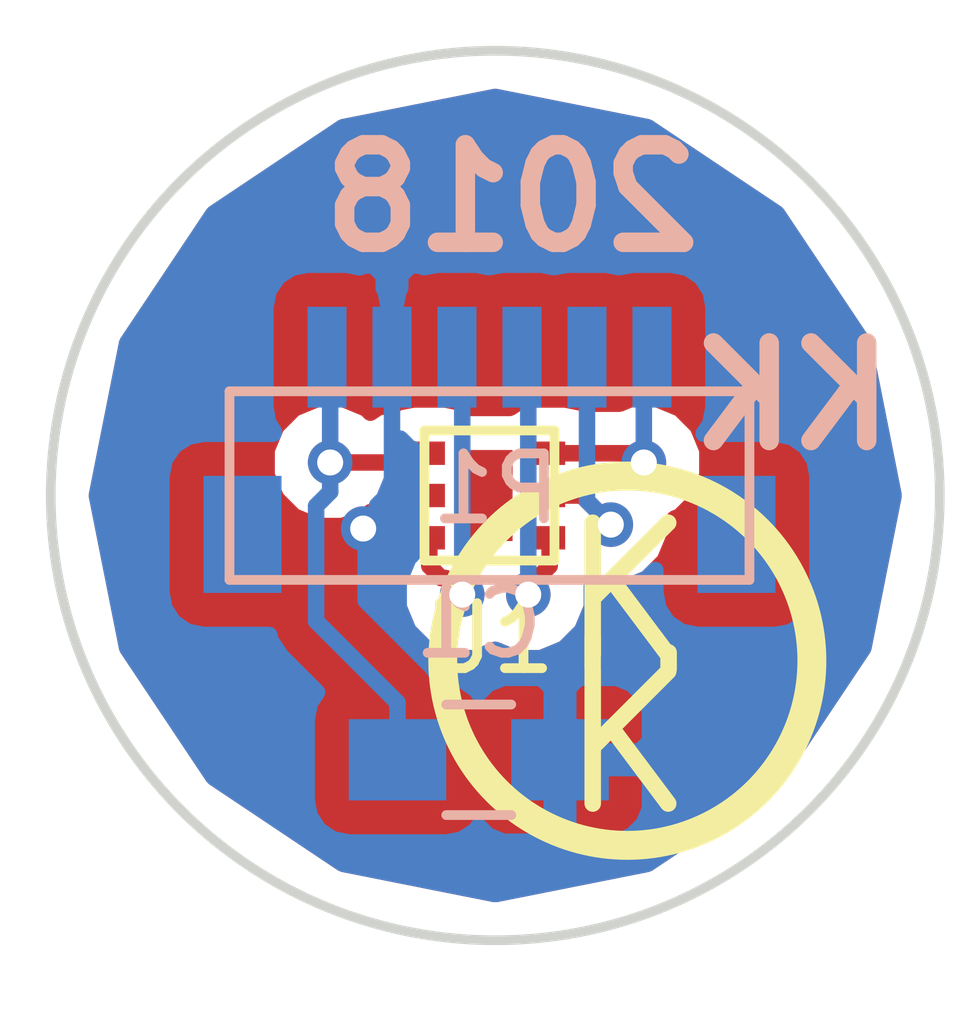
<source format=kicad_pcb>
(kicad_pcb (version 4) (host pcbnew 4.0.5)

  (general
    (links 8)
    (no_connects 0)
    (area 141.67584 98.24184 155.50416 112.07016)
    (thickness 1.6)
    (drawings 3)
    (tracks 39)
    (zones 0)
    (modules 4)
    (nets 7)
  )

  (page A4)
  (layers
    (0 F.Cu signal)
    (31 B.Cu signal)
    (32 B.Adhes user)
    (33 F.Adhes user)
    (34 B.Paste user)
    (35 F.Paste user)
    (36 B.SilkS user)
    (37 F.SilkS user)
    (38 B.Mask user)
    (39 F.Mask user)
    (40 Dwgs.User user)
    (41 Cmts.User user)
    (42 Eco1.User user)
    (43 Eco2.User user)
    (44 Edge.Cuts user)
    (45 Margin user)
    (46 B.CrtYd user)
    (47 F.CrtYd user)
    (48 B.Fab user)
    (49 F.Fab user)
  )

  (setup
    (last_trace_width 0.254)
    (trace_clearance 0.254)
    (zone_clearance 0.508)
    (zone_45_only no)
    (trace_min 0.1524)
    (segment_width 0.2)
    (edge_width 0.15)
    (via_size 0.6858)
    (via_drill 0.4)
    (via_min_size 0.6858)
    (via_min_drill 0.3302)
    (uvia_size 0.3)
    (uvia_drill 0.1)
    (uvias_allowed no)
    (uvia_min_size 0.2)
    (uvia_min_drill 0.1)
    (pcb_text_width 0.3)
    (pcb_text_size 1.5 1.5)
    (mod_edge_width 0.15)
    (mod_text_size 1 1)
    (mod_text_width 0.15)
    (pad_size 1.524 1.524)
    (pad_drill 0.762)
    (pad_to_mask_clearance 0.2)
    (aux_axis_origin 0 0)
    (visible_elements FFFFFF7F)
    (pcbplotparams
      (layerselection 0x00030_80000001)
      (usegerberextensions false)
      (excludeedgelayer true)
      (linewidth 0.100000)
      (plotframeref false)
      (viasonmask false)
      (mode 1)
      (useauxorigin false)
      (hpglpennumber 1)
      (hpglpenspeed 20)
      (hpglpendiameter 15)
      (hpglpenoverlay 2)
      (psnegative false)
      (psa4output false)
      (plotreference true)
      (plotvalue true)
      (plotinvisibletext false)
      (padsonsilk false)
      (subtractmaskfromsilk false)
      (outputformat 1)
      (mirror false)
      (drillshape 1)
      (scaleselection 1)
      (outputdirectory ""))
  )

  (net 0 "")
  (net 1 "Net-(P1-Pad3)")
  (net 2 "Net-(P1-Pad4)")
  (net 3 "Net-(P1-Pad5)")
  (net 4 "Net-(P1-Pad6)")
  (net 5 /GND)
  (net 6 "Net-(C1-Pad2)")

  (net_class Default "This is the default net class."
    (clearance 0.254)
    (trace_width 0.254)
    (via_dia 0.6858)
    (via_drill 0.4)
    (uvia_dia 0.3)
    (uvia_drill 0.1)
    (add_net /GND)
    (add_net "Net-(C1-Pad2)")
    (add_net "Net-(P1-Pad3)")
    (add_net "Net-(P1-Pad4)")
    (add_net "Net-(P1-Pad5)")
    (add_net "Net-(P1-Pad6)")
  )

  (module KevinLibrary:JST_SH_6_PIN (layer B.Cu) (tedit 59225F2E) (tstamp 59226AE6)
    (at 148.5011 105.0036)
    (path /59226969)
    (fp_text reference P1 (at 0.1 0.05) (layer B.SilkS)
      (effects (font (size 1 1) (thickness 0.15)) (justify mirror))
    )
    (fp_text value CONN_01X06 (at 0 3.1) (layer B.Fab)
      (effects (font (size 1 1) (thickness 0.15)) (justify mirror))
    )
    (fp_line (start -4 -1.45) (end -4 1.45) (layer B.SilkS) (width 0.15))
    (fp_line (start 4 -1.45) (end -4 -1.45) (layer B.SilkS) (width 0.15))
    (fp_line (start 4 1.45) (end 4 -1.45) (layer B.SilkS) (width 0.15))
    (fp_line (start -4 1.45) (end 4 1.45) (layer B.SilkS) (width 0.15))
    (pad 1 smd rect (at -2.5 -1.975) (size 0.6 1.55) (layers B.Cu B.Paste B.Mask)
      (net 6 "Net-(C1-Pad2)"))
    (pad 2 smd rect (at -1.5 -1.975) (size 0.6 1.55) (layers B.Cu B.Paste B.Mask)
      (net 5 /GND))
    (pad 3 smd rect (at -0.5 -1.975) (size 0.6 1.55) (layers B.Cu B.Paste B.Mask)
      (net 1 "Net-(P1-Pad3)"))
    (pad 4 smd rect (at 0.5 -1.975) (size 0.6 1.55) (layers B.Cu B.Paste B.Mask)
      (net 2 "Net-(P1-Pad4)"))
    (pad 5 smd rect (at 1.5 -1.975) (size 0.6 1.55) (layers B.Cu B.Paste B.Mask)
      (net 3 "Net-(P1-Pad5)"))
    (pad 6 smd rect (at 2.5 -1.975) (size 0.6 1.55) (layers B.Cu B.Paste B.Mask)
      (net 4 "Net-(P1-Pad6)"))
    (pad "" smd rect (at -3.8 0.75) (size 1.2 1.8) (layers B.Cu B.Paste B.Mask))
    (pad "" smd rect (at 3.8 0.75) (size 1.2 1.8) (layers B.Cu B.Paste B.Mask))
  )

  (module KevinLibrary:MAX44009 (layer F.Cu) (tedit 59226769) (tstamp 59226AF1)
    (at 148.5011 105.156)
    (path /5922692B)
    (fp_text reference U1 (at 0 2.2) (layer F.SilkS)
      (effects (font (size 1 1) (thickness 0.15)))
    )
    (fp_text value MAX44009 (at -0.05 -2.05) (layer F.Fab)
      (effects (font (size 1 1) (thickness 0.15)))
    )
    (fp_line (start -1 1) (end -1 -1) (layer F.SilkS) (width 0.15))
    (fp_line (start 1 1) (end -1 1) (layer F.SilkS) (width 0.15))
    (fp_line (start 1 -1) (end 1 1) (layer F.SilkS) (width 0.15))
    (fp_line (start -1 -1) (end 1 -1) (layer F.SilkS) (width 0.15))
    (pad 1 smd rect (at -0.925 -0.65) (size 0.48 0.36) (layers F.Cu F.Paste F.Mask)
      (net 6 "Net-(C1-Pad2)"))
    (pad 2 smd rect (at -0.925 0) (size 0.48 0.36) (layers F.Cu F.Paste F.Mask)
      (net 5 /GND))
    (pad 3 smd rect (at -0.925 0.65) (size 0.48 0.36) (layers F.Cu F.Paste F.Mask)
      (net 1 "Net-(P1-Pad3)"))
    (pad 4 smd rect (at 0.925 0.65) (size 0.48 0.36) (layers F.Cu F.Paste F.Mask)
      (net 2 "Net-(P1-Pad4)"))
    (pad 5 smd rect (at 0.925 0) (size 0.48 0.36) (layers F.Cu F.Paste F.Mask)
      (net 3 "Net-(P1-Pad5)"))
    (pad 6 smd rect (at 0.925 -0.65) (size 0.48 0.36) (layers F.Cu F.Paste F.Mask)
      (net 4 "Net-(P1-Pad6)"))
    (pad "" smd rect (at 0 0) (size 0.71 1.4) (layers F.Cu F.Paste F.Mask))
  )

  (module KevinLib:Logo (layer F.Cu) (tedit 59011647) (tstamp 59264B97)
    (at 150.622 107.696)
    (fp_text reference REF** (at 0 5.207) (layer F.SilkS) hide
      (effects (font (size 1 1) (thickness 0.15)))
    )
    (fp_text value Logo (at 0 -4.318) (layer F.Fab) hide
      (effects (font (size 1 1) (thickness 0.15)))
    )
    (fp_line (start 0.635 -0.127) (end 0.635 0.127) (layer F.SilkS) (width 0.254))
    (fp_line (start -0.5334 -0.381) (end -0.5334 0.127) (layer F.SilkS) (width 0.254))
    (fp_circle (center 0 0) (end 2.54 -1.27) (layer F.SilkS) (width 0.4445))
    (fp_text user K (at 0 -1.016) (layer F.SilkS)
      (effects (font (size 2.032 2.032) (thickness 0.254)))
    )
    (fp_text user K (at 0 1.27) (layer F.SilkS)
      (effects (font (size 2.032 2.032) (thickness 0.254)))
    )
  )

  (module Capacitors_SMD:C_0805_HandSoldering (layer B.Cu) (tedit 541A9B8D) (tstamp 5A4DC1AA)
    (at 148.336 109.22 180)
    (descr "Capacitor SMD 0805, hand soldering")
    (tags "capacitor 0805")
    (path /5A4DC087)
    (attr smd)
    (fp_text reference C1 (at 0 2.1 180) (layer B.SilkS)
      (effects (font (size 1 1) (thickness 0.15)) (justify mirror))
    )
    (fp_text value 1u (at 0 -2.1 180) (layer B.Fab)
      (effects (font (size 1 1) (thickness 0.15)) (justify mirror))
    )
    (fp_line (start -1 -0.625) (end -1 0.625) (layer B.Fab) (width 0.15))
    (fp_line (start 1 -0.625) (end -1 -0.625) (layer B.Fab) (width 0.15))
    (fp_line (start 1 0.625) (end 1 -0.625) (layer B.Fab) (width 0.15))
    (fp_line (start -1 0.625) (end 1 0.625) (layer B.Fab) (width 0.15))
    (fp_line (start -2.3 1) (end 2.3 1) (layer B.CrtYd) (width 0.05))
    (fp_line (start -2.3 -1) (end 2.3 -1) (layer B.CrtYd) (width 0.05))
    (fp_line (start -2.3 1) (end -2.3 -1) (layer B.CrtYd) (width 0.05))
    (fp_line (start 2.3 1) (end 2.3 -1) (layer B.CrtYd) (width 0.05))
    (fp_line (start 0.5 0.85) (end -0.5 0.85) (layer B.SilkS) (width 0.15))
    (fp_line (start -0.5 -0.85) (end 0.5 -0.85) (layer B.SilkS) (width 0.15))
    (pad 1 smd rect (at -1.25 0 180) (size 1.5 1.25) (layers B.Cu B.Paste B.Mask)
      (net 5 /GND))
    (pad 2 smd rect (at 1.25 0 180) (size 1.5 1.25) (layers B.Cu B.Paste B.Mask)
      (net 6 "Net-(C1-Pad2)"))
    (model Capacitors_SMD.3dshapes/C_0805_HandSoldering.wrl
      (at (xyz 0 0 0))
      (scale (xyz 1 1 1))
      (rotate (xyz 0 0 0))
    )
  )

  (gr_text KK (at 153.162 103.632) (layer B.SilkS)
    (effects (font (size 1.5 1.5) (thickness 0.3)) (justify mirror))
  )
  (gr_text 2018 (at 148.844 100.584) (layer B.SilkS)
    (effects (font (size 1.5 1.5) (thickness 0.3)) (justify mirror))
  )
  (gr_circle (center 148.59 105.156) (end 154.94 102.616) (layer Edge.Cuts) (width 0.15))

  (segment (start 148.082 106.68) (end 148.082 103.1095) (width 0.254) (layer B.Cu) (net 1))
  (segment (start 148.082 103.1095) (end 148.0011 103.0286) (width 0.254) (layer B.Cu) (net 1))
  (segment (start 147.828 106.426) (end 148.082 106.68) (width 0.254) (layer F.Cu) (net 1))
  (via (at 148.082 106.68) (size 0.6858) (drill 0.4) (layers F.Cu B.Cu) (net 1))
  (segment (start 147.7621 106.426) (end 147.828 106.426) (width 0.254) (layer F.Cu) (net 1))
  (segment (start 147.5761 105.806) (end 147.5761 106.24) (width 0.254) (layer F.Cu) (net 1))
  (segment (start 147.5761 106.24) (end 147.7621 106.426) (width 0.254) (layer F.Cu) (net 1))
  (segment (start 149.098 106.68) (end 149.098 103.1255) (width 0.254) (layer B.Cu) (net 2))
  (segment (start 149.098 103.1255) (end 149.0011 103.0286) (width 0.254) (layer B.Cu) (net 2))
  (segment (start 149.098 106.5681) (end 149.098 106.68) (width 0.254) (layer F.Cu) (net 2))
  (via (at 149.098 106.68) (size 0.6858) (drill 0.4) (layers F.Cu B.Cu) (net 2))
  (segment (start 149.4261 105.806) (end 149.4261 106.24) (width 0.254) (layer F.Cu) (net 2))
  (segment (start 149.4261 106.24) (end 149.098 106.5681) (width 0.254) (layer F.Cu) (net 2))
  (segment (start 150.368 105.6039) (end 150.0011 105.237) (width 0.254) (layer B.Cu) (net 3))
  (segment (start 150.0011 105.237) (end 150.0011 103.0286) (width 0.254) (layer B.Cu) (net 3))
  (via (at 150.368 105.6039) (size 0.6858) (drill 0.4) (layers F.Cu B.Cu) (net 3))
  (segment (start 149.4261 105.156) (end 149.9201 105.156) (width 0.254) (layer F.Cu) (net 3))
  (segment (start 149.9201 105.156) (end 150.368 105.6039) (width 0.254) (layer F.Cu) (net 3))
  (segment (start 150.876 104.648) (end 150.876 103.1537) (width 0.254) (layer B.Cu) (net 4))
  (segment (start 150.876 103.1537) (end 151.0011 103.0286) (width 0.254) (layer B.Cu) (net 4))
  (segment (start 150.734 104.506) (end 150.876 104.648) (width 0.254) (layer F.Cu) (net 4))
  (via (at 150.876 104.648) (size 0.6858) (drill 0.4) (layers F.Cu B.Cu) (net 4))
  (segment (start 149.4261 104.506) (end 150.734 104.506) (width 0.254) (layer F.Cu) (net 4))
  (segment (start 146.558 105.664) (end 147.0011 105.2209) (width 0.254) (layer B.Cu) (net 5))
  (segment (start 147.0011 105.2209) (end 147.0011 103.0286) (width 0.254) (layer B.Cu) (net 5))
  (segment (start 147.066 105.156) (end 146.558 105.664) (width 0.254) (layer F.Cu) (net 5))
  (via (at 146.558 105.664) (size 0.6858) (drill 0.4) (layers F.Cu B.Cu) (net 5))
  (segment (start 147.5761 105.156) (end 147.066 105.156) (width 0.254) (layer F.Cu) (net 5))
  (segment (start 147.086 109.22) (end 147.086 108.341) (width 0.254) (layer B.Cu) (net 6))
  (segment (start 147.086 108.341) (end 145.834099 107.089099) (width 0.254) (layer B.Cu) (net 6))
  (segment (start 145.834099 107.089099) (end 145.834099 105.316527) (width 0.254) (layer B.Cu) (net 6))
  (segment (start 145.834099 105.316527) (end 146.05 105.100626) (width 0.254) (layer B.Cu) (net 6))
  (segment (start 146.05 105.100626) (end 146.05 104.648) (width 0.254) (layer B.Cu) (net 6))
  (segment (start 146.05 104.648) (end 146.05 103.0775) (width 0.254) (layer B.Cu) (net 6))
  (segment (start 146.05 103.0775) (end 146.0011 103.0286) (width 0.254) (layer B.Cu) (net 6))
  (segment (start 146.9401 104.648) (end 146.05 104.648) (width 0.254) (layer F.Cu) (net 6))
  (via (at 146.05 104.648) (size 0.6858) (drill 0.4) (layers F.Cu B.Cu) (net 6))
  (segment (start 147.5761 104.506) (end 147.0821 104.506) (width 0.254) (layer F.Cu) (net 6))
  (segment (start 147.0821 104.506) (end 146.9401 104.648) (width 0.254) (layer F.Cu) (net 6))

  (zone (net 5) (net_name /GND) (layer F.Cu) (tstamp 0) (hatch edge 0.508)
    (connect_pads (clearance 0.508))
    (min_thickness 0.254)
    (fill yes (arc_segments 16) (thermal_gap 0.508) (thermal_bridge_width 0.508))
    (polygon
      (pts
        (xy 142.24 97.536) (xy 155.956 97.536) (xy 155.956 113.284) (xy 140.97 113.284) (xy 140.97 97.536)
      )
    )
    (filled_polygon
      (pts
        (xy 150.935528 99.493395) (xy 152.92397 100.82203) (xy 154.252605 102.810472) (xy 154.719159 105.156) (xy 154.252605 107.501528)
        (xy 152.92397 109.48997) (xy 150.935528 110.818605) (xy 148.59 111.285159) (xy 146.244472 110.818605) (xy 144.25603 109.48997)
        (xy 142.927395 107.501528) (xy 142.460841 105.156) (xy 142.523366 104.841663) (xy 145.071931 104.841663) (xy 145.220493 105.201212)
        (xy 145.495341 105.47654) (xy 145.85463 105.62573) (xy 146.243663 105.626069) (xy 146.603212 105.477507) (xy 146.670837 105.41)
        (xy 146.7011 105.41) (xy 146.7011 105.46231) (xy 146.715008 105.495888) (xy 146.68866 105.626) (xy 146.68866 105.986)
        (xy 146.732938 106.221317) (xy 146.845035 106.395521) (xy 146.872104 106.531605) (xy 146.971259 106.68) (xy 147.037285 106.778815)
        (xy 147.103956 106.845486) (xy 147.103931 106.873663) (xy 147.252493 107.233212) (xy 147.527341 107.50854) (xy 147.88663 107.65773)
        (xy 148.275663 107.658069) (xy 148.59033 107.528052) (xy 148.90263 107.65773) (xy 149.291663 107.658069) (xy 149.651212 107.509507)
        (xy 149.92654 107.234659) (xy 150.07573 106.87537) (xy 150.075959 106.612627) (xy 150.113168 106.556939) (xy 150.17263 106.58163)
        (xy 150.561663 106.581969) (xy 150.921212 106.433407) (xy 151.19654 106.158559) (xy 151.34573 105.79927) (xy 151.34598 105.511897)
        (xy 151.429212 105.477507) (xy 151.70454 105.202659) (xy 151.85373 104.84337) (xy 151.854069 104.454337) (xy 151.705507 104.094788)
        (xy 151.430659 103.81946) (xy 151.07137 103.67027) (xy 150.682337 103.669931) (xy 150.503076 103.744) (xy 149.93911 103.744)
        (xy 149.91799 103.729569) (xy 149.6661 103.67856) (xy 149.1861 103.67856) (xy 148.950783 103.722838) (xy 148.817567 103.80856)
        (xy 148.183597 103.80856) (xy 148.06799 103.729569) (xy 147.8161 103.67856) (xy 147.3361 103.67856) (xy 147.100783 103.722838)
        (xy 147.061541 103.748089) (xy 146.790495 103.802004) (xy 146.668563 103.883476) (xy 146.604659 103.81946) (xy 146.24537 103.67027)
        (xy 145.856337 103.669931) (xy 145.496788 103.818493) (xy 145.22146 104.093341) (xy 145.07227 104.45263) (xy 145.071931 104.841663)
        (xy 142.523366 104.841663) (xy 142.927395 102.810472) (xy 144.25603 100.82203) (xy 146.244472 99.493395) (xy 148.59 99.026841)
      )
    )
  )
  (zone (net 5) (net_name /GND) (layer B.Cu) (tstamp 0) (hatch edge 0.508)
    (connect_pads (clearance 0.508))
    (min_thickness 0.254)
    (fill yes (arc_segments 16) (thermal_gap 0.508) (thermal_bridge_width 0.508))
    (polygon
      (pts
        (xy 142.24 97.536) (xy 155.956 97.536) (xy 155.956 113.284) (xy 140.97 113.284) (xy 140.97 97.536)
      )
    )
    (filled_polygon
      (pts
        (xy 150.935528 99.493395) (xy 152.92397 100.82203) (xy 154.252605 102.810472) (xy 154.719159 105.156) (xy 154.252605 107.501528)
        (xy 152.92397 109.48997) (xy 150.935528 110.818605) (xy 148.59 111.285159) (xy 146.244472 110.818605) (xy 144.25603 109.48997)
        (xy 142.927395 107.501528) (xy 142.460841 105.156) (xy 142.520992 104.8536) (xy 143.45366 104.8536) (xy 143.45366 106.6536)
        (xy 143.497938 106.888917) (xy 143.63701 107.105041) (xy 143.84921 107.250031) (xy 144.1011 107.30104) (xy 145.114257 107.30104)
        (xy 145.130103 107.380704) (xy 145.215521 107.50854) (xy 145.295284 107.627914) (xy 145.849537 108.182167) (xy 145.739569 108.34311)
        (xy 145.68856 108.595) (xy 145.68856 109.845) (xy 145.732838 110.080317) (xy 145.87191 110.296441) (xy 146.08411 110.441431)
        (xy 146.336 110.49244) (xy 147.836 110.49244) (xy 148.071317 110.448162) (xy 148.287441 110.30909) (xy 148.333969 110.240994)
        (xy 148.476302 110.383327) (xy 148.709691 110.48) (xy 149.30025 110.48) (xy 149.459 110.32125) (xy 149.459 109.347)
        (xy 149.713 109.347) (xy 149.713 110.32125) (xy 149.87175 110.48) (xy 150.462309 110.48) (xy 150.695698 110.383327)
        (xy 150.874327 110.204699) (xy 150.971 109.97131) (xy 150.971 109.50575) (xy 150.81225 109.347) (xy 149.713 109.347)
        (xy 149.459 109.347) (xy 149.439 109.347) (xy 149.439 109.093) (xy 149.459 109.093) (xy 149.459 108.11875)
        (xy 149.713 108.11875) (xy 149.713 109.093) (xy 150.81225 109.093) (xy 150.971 108.93425) (xy 150.971 108.46869)
        (xy 150.874327 108.235301) (xy 150.695698 108.056673) (xy 150.462309 107.96) (xy 149.87175 107.96) (xy 149.713 108.11875)
        (xy 149.459 108.11875) (xy 149.30025 107.96) (xy 148.709691 107.96) (xy 148.476302 108.056673) (xy 148.335064 108.19791)
        (xy 148.30009 108.143559) (xy 148.08789 107.998569) (xy 147.836 107.94756) (xy 147.721952 107.94756) (xy 147.624815 107.802184)
        (xy 146.596099 106.773469) (xy 146.596099 105.62854) (xy 146.753996 105.392231) (xy 146.761999 105.351996) (xy 146.77019 105.310821)
        (xy 146.87854 105.202659) (xy 147.02773 104.84337) (xy 147.028069 104.454337) (xy 147.021567 104.4386) (xy 147.128102 104.4386)
        (xy 147.128102 104.279852) (xy 147.28685 104.4386) (xy 147.32 104.4386) (xy 147.32 106.058917) (xy 147.25346 106.125341)
        (xy 147.10427 106.48463) (xy 147.103931 106.873663) (xy 147.252493 107.233212) (xy 147.527341 107.50854) (xy 147.88663 107.65773)
        (xy 148.275663 107.658069) (xy 148.59033 107.528052) (xy 148.90263 107.65773) (xy 149.291663 107.658069) (xy 149.651212 107.509507)
        (xy 149.92654 107.234659) (xy 150.07573 106.87537) (xy 150.076021 106.541514) (xy 150.17263 106.58163) (xy 150.561663 106.581969)
        (xy 150.921212 106.433407) (xy 151.05366 106.30119) (xy 151.05366 106.6536) (xy 151.097938 106.888917) (xy 151.23701 107.105041)
        (xy 151.44921 107.250031) (xy 151.7011 107.30104) (xy 152.9011 107.30104) (xy 153.136417 107.256762) (xy 153.352541 107.11769)
        (xy 153.497531 106.90549) (xy 153.54854 106.6536) (xy 153.54854 104.8536) (xy 153.504262 104.618283) (xy 153.36519 104.402159)
        (xy 153.15299 104.257169) (xy 152.9011 104.20616) (xy 151.794583 104.20616) (xy 151.897531 104.05549) (xy 151.94854 103.8036)
        (xy 151.94854 102.2536) (xy 151.904262 102.018283) (xy 151.76519 101.802159) (xy 151.55299 101.657169) (xy 151.3011 101.60616)
        (xy 150.7011 101.60616) (xy 150.493758 101.645174) (xy 150.3011 101.60616) (xy 149.7011 101.60616) (xy 149.493758 101.645174)
        (xy 149.3011 101.60616) (xy 148.7011 101.60616) (xy 148.493758 101.645174) (xy 148.3011 101.60616) (xy 147.7011 101.60616)
        (xy 147.49225 101.645458) (xy 147.427409 101.6186) (xy 147.28685 101.6186) (xy 147.1281 101.77735) (xy 147.1281 101.967418)
        (xy 147.104669 102.00171) (xy 147.05366 102.2536) (xy 147.05366 103.1756) (xy 146.94854 103.1756) (xy 146.94854 102.2536)
        (xy 146.904262 102.018283) (xy 146.8741 101.97141) (xy 146.8741 101.77735) (xy 146.71535 101.6186) (xy 146.574791 101.6186)
        (xy 146.505093 101.64747) (xy 146.3011 101.60616) (xy 145.7011 101.60616) (xy 145.465783 101.650438) (xy 145.249659 101.78951)
        (xy 145.104669 102.00171) (xy 145.05366 102.2536) (xy 145.05366 103.8036) (xy 145.097938 104.038917) (xy 145.186749 104.176934)
        (xy 145.174613 104.20616) (xy 144.1011 104.20616) (xy 143.865783 104.250438) (xy 143.649659 104.38951) (xy 143.504669 104.60171)
        (xy 143.45366 104.8536) (xy 142.520992 104.8536) (xy 142.927395 102.810472) (xy 144.25603 100.82203) (xy 146.244472 99.493395)
        (xy 148.59 99.026841)
      )
    )
  )
)

</source>
